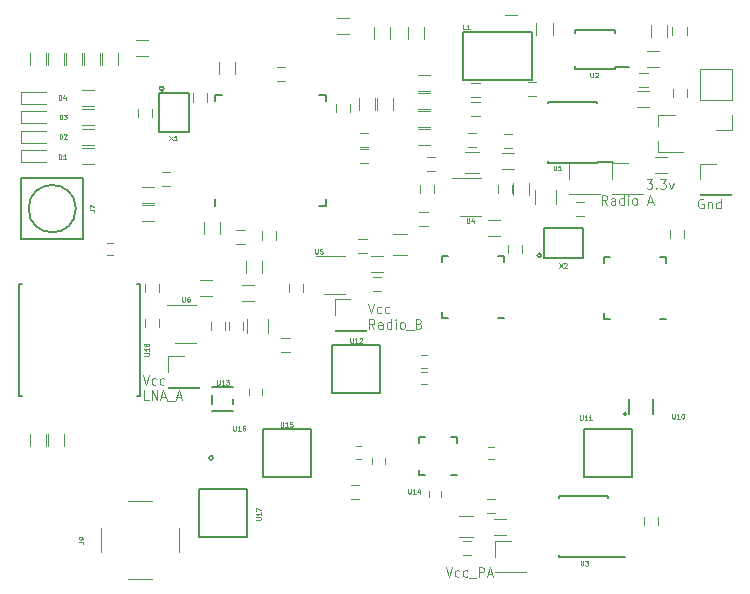
<source format=gbr>
%TF.GenerationSoftware,KiCad,Pcbnew,5.0.2-bee76a0~70~ubuntu18.04.1*%
%TF.CreationDate,2019-08-07T21:41:43+02:00*%
%TF.ProjectId,lohpi,6c6f6870-692e-46b6-9963-61645f706362,rev?*%
%TF.SameCoordinates,Original*%
%TF.FileFunction,Legend,Top*%
%TF.FilePolarity,Positive*%
%FSLAX46Y46*%
G04 Gerber Fmt 4.6, Leading zero omitted, Abs format (unit mm)*
G04 Created by KiCad (PCBNEW 5.0.2-bee76a0~70~ubuntu18.04.1) date Wed 07 Aug 2019 21:41:43 SAST*
%MOMM*%
%LPD*%
G01*
G04 APERTURE LIST*
%ADD10C,0.100000*%
%ADD11C,0.150000*%
%ADD12C,0.120000*%
%ADD13C,0.090000*%
G04 APERTURE END LIST*
D10*
X148647214Y-134347000D02*
X148571023Y-134308904D01*
X148456738Y-134308904D01*
X148342452Y-134347000D01*
X148266261Y-134423190D01*
X148228166Y-134499380D01*
X148190071Y-134651761D01*
X148190071Y-134766047D01*
X148228166Y-134918428D01*
X148266261Y-134994619D01*
X148342452Y-135070809D01*
X148456738Y-135108904D01*
X148532928Y-135108904D01*
X148647214Y-135070809D01*
X148685309Y-135032714D01*
X148685309Y-134766047D01*
X148532928Y-134766047D01*
X149028166Y-134575571D02*
X149028166Y-135108904D01*
X149028166Y-134651761D02*
X149066261Y-134613666D01*
X149142452Y-134575571D01*
X149256738Y-134575571D01*
X149332928Y-134613666D01*
X149371023Y-134689857D01*
X149371023Y-135108904D01*
X150094833Y-135108904D02*
X150094833Y-134308904D01*
X150094833Y-135070809D02*
X150018642Y-135108904D01*
X149866261Y-135108904D01*
X149790071Y-135070809D01*
X149751976Y-135032714D01*
X149713880Y-134956523D01*
X149713880Y-134727952D01*
X149751976Y-134651761D01*
X149790071Y-134613666D01*
X149866261Y-134575571D01*
X150018642Y-134575571D01*
X150094833Y-134613666D01*
X143827642Y-132657904D02*
X144322880Y-132657904D01*
X144056214Y-132962666D01*
X144170500Y-132962666D01*
X144246690Y-133000761D01*
X144284785Y-133038857D01*
X144322880Y-133115047D01*
X144322880Y-133305523D01*
X144284785Y-133381714D01*
X144246690Y-133419809D01*
X144170500Y-133457904D01*
X143941928Y-133457904D01*
X143865738Y-133419809D01*
X143827642Y-133381714D01*
X144665738Y-133381714D02*
X144703833Y-133419809D01*
X144665738Y-133457904D01*
X144627642Y-133419809D01*
X144665738Y-133381714D01*
X144665738Y-133457904D01*
X144970500Y-132657904D02*
X145465738Y-132657904D01*
X145199071Y-132962666D01*
X145313357Y-132962666D01*
X145389547Y-133000761D01*
X145427642Y-133038857D01*
X145465738Y-133115047D01*
X145465738Y-133305523D01*
X145427642Y-133381714D01*
X145389547Y-133419809D01*
X145313357Y-133457904D01*
X145084785Y-133457904D01*
X145008595Y-133419809D01*
X144970500Y-133381714D01*
X145732404Y-132924571D02*
X145922880Y-133457904D01*
X146113357Y-132924571D01*
X140500309Y-134791404D02*
X140233642Y-134410452D01*
X140043166Y-134791404D02*
X140043166Y-133991404D01*
X140347928Y-133991404D01*
X140424119Y-134029500D01*
X140462214Y-134067595D01*
X140500309Y-134143785D01*
X140500309Y-134258071D01*
X140462214Y-134334261D01*
X140424119Y-134372357D01*
X140347928Y-134410452D01*
X140043166Y-134410452D01*
X141186023Y-134791404D02*
X141186023Y-134372357D01*
X141147928Y-134296166D01*
X141071738Y-134258071D01*
X140919357Y-134258071D01*
X140843166Y-134296166D01*
X141186023Y-134753309D02*
X141109833Y-134791404D01*
X140919357Y-134791404D01*
X140843166Y-134753309D01*
X140805071Y-134677119D01*
X140805071Y-134600928D01*
X140843166Y-134524738D01*
X140919357Y-134486642D01*
X141109833Y-134486642D01*
X141186023Y-134448547D01*
X141909833Y-134791404D02*
X141909833Y-133991404D01*
X141909833Y-134753309D02*
X141833642Y-134791404D01*
X141681261Y-134791404D01*
X141605071Y-134753309D01*
X141566976Y-134715214D01*
X141528880Y-134639023D01*
X141528880Y-134410452D01*
X141566976Y-134334261D01*
X141605071Y-134296166D01*
X141681261Y-134258071D01*
X141833642Y-134258071D01*
X141909833Y-134296166D01*
X142290785Y-134791404D02*
X142290785Y-134258071D01*
X142290785Y-133991404D02*
X142252690Y-134029500D01*
X142290785Y-134067595D01*
X142328880Y-134029500D01*
X142290785Y-133991404D01*
X142290785Y-134067595D01*
X142786023Y-134791404D02*
X142709833Y-134753309D01*
X142671738Y-134715214D01*
X142633642Y-134639023D01*
X142633642Y-134410452D01*
X142671738Y-134334261D01*
X142709833Y-134296166D01*
X142786023Y-134258071D01*
X142900309Y-134258071D01*
X142976500Y-134296166D01*
X143014595Y-134334261D01*
X143052690Y-134410452D01*
X143052690Y-134639023D01*
X143014595Y-134715214D01*
X142976500Y-134753309D01*
X142900309Y-134791404D01*
X142786023Y-134791404D01*
X143966976Y-134562833D02*
X144347928Y-134562833D01*
X143890785Y-134791404D02*
X144157452Y-133991404D01*
X144424119Y-134791404D01*
X126841500Y-165487404D02*
X127108166Y-166287404D01*
X127374833Y-165487404D01*
X127984357Y-166249309D02*
X127908166Y-166287404D01*
X127755785Y-166287404D01*
X127679595Y-166249309D01*
X127641500Y-166211214D01*
X127603404Y-166135023D01*
X127603404Y-165906452D01*
X127641500Y-165830261D01*
X127679595Y-165792166D01*
X127755785Y-165754071D01*
X127908166Y-165754071D01*
X127984357Y-165792166D01*
X128670071Y-166249309D02*
X128593880Y-166287404D01*
X128441500Y-166287404D01*
X128365309Y-166249309D01*
X128327214Y-166211214D01*
X128289119Y-166135023D01*
X128289119Y-165906452D01*
X128327214Y-165830261D01*
X128365309Y-165792166D01*
X128441500Y-165754071D01*
X128593880Y-165754071D01*
X128670071Y-165792166D01*
X128822452Y-166363595D02*
X129431976Y-166363595D01*
X129622452Y-166287404D02*
X129622452Y-165487404D01*
X129927214Y-165487404D01*
X130003404Y-165525500D01*
X130041500Y-165563595D01*
X130079595Y-165639785D01*
X130079595Y-165754071D01*
X130041500Y-165830261D01*
X130003404Y-165868357D01*
X129927214Y-165906452D01*
X129622452Y-165906452D01*
X130384357Y-166058833D02*
X130765309Y-166058833D01*
X130308166Y-166287404D02*
X130574833Y-165487404D01*
X130841500Y-166287404D01*
X120219690Y-143183904D02*
X120486357Y-143983904D01*
X120753023Y-143183904D01*
X121362547Y-143945809D02*
X121286357Y-143983904D01*
X121133976Y-143983904D01*
X121057785Y-143945809D01*
X121019690Y-143907714D01*
X120981595Y-143831523D01*
X120981595Y-143602952D01*
X121019690Y-143526761D01*
X121057785Y-143488666D01*
X121133976Y-143450571D01*
X121286357Y-143450571D01*
X121362547Y-143488666D01*
X122048261Y-143945809D02*
X121972071Y-143983904D01*
X121819690Y-143983904D01*
X121743500Y-143945809D01*
X121705404Y-143907714D01*
X121667309Y-143831523D01*
X121667309Y-143602952D01*
X121705404Y-143526761D01*
X121743500Y-143488666D01*
X121819690Y-143450571D01*
X121972071Y-143450571D01*
X122048261Y-143488666D01*
X120791119Y-145283904D02*
X120524452Y-144902952D01*
X120333976Y-145283904D02*
X120333976Y-144483904D01*
X120638738Y-144483904D01*
X120714928Y-144522000D01*
X120753023Y-144560095D01*
X120791119Y-144636285D01*
X120791119Y-144750571D01*
X120753023Y-144826761D01*
X120714928Y-144864857D01*
X120638738Y-144902952D01*
X120333976Y-144902952D01*
X121476833Y-145283904D02*
X121476833Y-144864857D01*
X121438738Y-144788666D01*
X121362547Y-144750571D01*
X121210166Y-144750571D01*
X121133976Y-144788666D01*
X121476833Y-145245809D02*
X121400642Y-145283904D01*
X121210166Y-145283904D01*
X121133976Y-145245809D01*
X121095880Y-145169619D01*
X121095880Y-145093428D01*
X121133976Y-145017238D01*
X121210166Y-144979142D01*
X121400642Y-144979142D01*
X121476833Y-144941047D01*
X122200642Y-145283904D02*
X122200642Y-144483904D01*
X122200642Y-145245809D02*
X122124452Y-145283904D01*
X121972071Y-145283904D01*
X121895880Y-145245809D01*
X121857785Y-145207714D01*
X121819690Y-145131523D01*
X121819690Y-144902952D01*
X121857785Y-144826761D01*
X121895880Y-144788666D01*
X121972071Y-144750571D01*
X122124452Y-144750571D01*
X122200642Y-144788666D01*
X122581595Y-145283904D02*
X122581595Y-144750571D01*
X122581595Y-144483904D02*
X122543500Y-144522000D01*
X122581595Y-144560095D01*
X122619690Y-144522000D01*
X122581595Y-144483904D01*
X122581595Y-144560095D01*
X123076833Y-145283904D02*
X123000642Y-145245809D01*
X122962547Y-145207714D01*
X122924452Y-145131523D01*
X122924452Y-144902952D01*
X122962547Y-144826761D01*
X123000642Y-144788666D01*
X123076833Y-144750571D01*
X123191119Y-144750571D01*
X123267309Y-144788666D01*
X123305404Y-144826761D01*
X123343500Y-144902952D01*
X123343500Y-145131523D01*
X123305404Y-145207714D01*
X123267309Y-145245809D01*
X123191119Y-145283904D01*
X123076833Y-145283904D01*
X123495880Y-145360095D02*
X124105404Y-145360095D01*
X124562547Y-144864857D02*
X124676833Y-144902952D01*
X124714928Y-144941047D01*
X124753023Y-145017238D01*
X124753023Y-145131523D01*
X124714928Y-145207714D01*
X124676833Y-145245809D01*
X124600642Y-145283904D01*
X124295880Y-145283904D01*
X124295880Y-144483904D01*
X124562547Y-144483904D01*
X124638738Y-144522000D01*
X124676833Y-144560095D01*
X124714928Y-144636285D01*
X124714928Y-144712476D01*
X124676833Y-144788666D01*
X124638738Y-144826761D01*
X124562547Y-144864857D01*
X124295880Y-144864857D01*
X101169690Y-149216404D02*
X101436357Y-150016404D01*
X101703023Y-149216404D01*
X102312547Y-149978309D02*
X102236357Y-150016404D01*
X102083976Y-150016404D01*
X102007785Y-149978309D01*
X101969690Y-149940214D01*
X101931595Y-149864023D01*
X101931595Y-149635452D01*
X101969690Y-149559261D01*
X102007785Y-149521166D01*
X102083976Y-149483071D01*
X102236357Y-149483071D01*
X102312547Y-149521166D01*
X102998261Y-149978309D02*
X102922071Y-150016404D01*
X102769690Y-150016404D01*
X102693500Y-149978309D01*
X102655404Y-149940214D01*
X102617309Y-149864023D01*
X102617309Y-149635452D01*
X102655404Y-149559261D01*
X102693500Y-149521166D01*
X102769690Y-149483071D01*
X102922071Y-149483071D01*
X102998261Y-149521166D01*
X101664928Y-151316404D02*
X101283976Y-151316404D01*
X101283976Y-150516404D01*
X101931595Y-151316404D02*
X101931595Y-150516404D01*
X102388738Y-151316404D01*
X102388738Y-150516404D01*
X102731595Y-151087833D02*
X103112547Y-151087833D01*
X102655404Y-151316404D02*
X102922071Y-150516404D01*
X103188738Y-151316404D01*
X103264928Y-151392595D02*
X103874452Y-151392595D01*
X104026833Y-151087833D02*
X104407785Y-151087833D01*
X103950642Y-151316404D02*
X104217309Y-150516404D01*
X104483976Y-151316404D01*
D11*
%TO.C,L1*%
X128270000Y-124206000D02*
X134112000Y-124206000D01*
X134112000Y-124206000D02*
X134112000Y-120142000D01*
X134112000Y-120142000D02*
X128270000Y-120142000D01*
X128270000Y-120142000D02*
X128270000Y-124206000D01*
%TO.C,U10*%
X144399000Y-151244000D02*
X144399000Y-152514000D01*
X142367000Y-152514000D02*
X142367000Y-151244000D01*
X142113000Y-152514000D02*
G75*
G03X142113000Y-152514000I-127000J0D01*
G01*
%TO.C,X1*%
X102946594Y-124976195D02*
G75*
G03X102946594Y-124976195I-179605J0D01*
G01*
X102512989Y-125357195D02*
X105052989Y-125357195D01*
X105052989Y-128659195D02*
X105052989Y-125357195D01*
X102512989Y-128659195D02*
X105052989Y-128659195D01*
X102512989Y-125357195D02*
X102512989Y-128659195D01*
%TO.C,X2*%
X134926605Y-139065000D02*
G75*
G03X134926605Y-139065000I-179605J0D01*
G01*
X135128000Y-139319000D02*
X135128000Y-136779000D01*
X138430000Y-136779000D02*
X135128000Y-136779000D01*
X138430000Y-139319000D02*
X138430000Y-136779000D01*
X135128000Y-139319000D02*
X138430000Y-139319000D01*
%TO.C,J7*%
X95508000Y-135128000D02*
G75*
G03X95508000Y-135128000I-2000000J0D01*
G01*
X90908000Y-132528000D02*
X96108000Y-132528000D01*
X90908000Y-137728000D02*
X90908000Y-132528000D01*
X96108000Y-137728000D02*
X90908000Y-137728000D01*
X96108000Y-137728000D02*
X96108000Y-132528000D01*
%TO.C,U15*%
X113347500Y-157861000D02*
X115379500Y-157861000D01*
X115379500Y-157861000D02*
X115379500Y-153797000D01*
X115379500Y-153797000D02*
X111315500Y-153797000D01*
X111315500Y-153797000D02*
X111315500Y-157861000D01*
X111315500Y-157861000D02*
X113347500Y-157861000D01*
%TO.C,U11*%
X140589000Y-157861000D02*
X142621000Y-157861000D01*
X142621000Y-157861000D02*
X142621000Y-153797000D01*
X142621000Y-153797000D02*
X138557000Y-153797000D01*
X138557000Y-153797000D02*
X138557000Y-157861000D01*
X138557000Y-157861000D02*
X140589000Y-157861000D01*
%TO.C,U17*%
X109982000Y-160909000D02*
X109982000Y-158877000D01*
X109982000Y-158877000D02*
X105918000Y-158877000D01*
X105918000Y-158877000D02*
X105918000Y-162941000D01*
X105918000Y-162941000D02*
X109982000Y-162941000D01*
X109982000Y-162941000D02*
X109982000Y-160909000D01*
%TO.C,U12*%
X119253000Y-146685000D02*
X117221000Y-146685000D01*
X117221000Y-146685000D02*
X117221000Y-150749000D01*
X117221000Y-150749000D02*
X121285000Y-150749000D01*
X121285000Y-150749000D02*
X121285000Y-146685000D01*
X121285000Y-146685000D02*
X119253000Y-146685000D01*
%TO.C,U16*%
X107113605Y-156210000D02*
G75*
G03X107113605Y-156210000I-179605J0D01*
G01*
%TO.C,U13*%
X108839000Y-152273000D02*
X107061000Y-152273000D01*
X108839000Y-151257000D02*
X108839000Y-151384000D01*
X108839000Y-151638000D02*
X108839000Y-151257000D01*
X107061000Y-151638000D02*
X107061000Y-150876000D01*
X107061000Y-150241000D02*
X108839000Y-150241000D01*
%TO.C,U18*%
X100965000Y-141478000D02*
X100711000Y-141478000D01*
X100965000Y-151003000D02*
X100965000Y-141478000D01*
X100711000Y-151003000D02*
X100965000Y-151003000D01*
X90678000Y-141478000D02*
X90932000Y-141478000D01*
X90678000Y-151003000D02*
X90678000Y-141478000D01*
X90932000Y-151003000D02*
X90678000Y-151003000D01*
D12*
%TO.C,R13*%
X117610000Y-118954000D02*
X118610000Y-118954000D01*
X118610000Y-120314000D02*
X117610000Y-120314000D01*
%TO.C,R14*%
X120732000Y-120769000D02*
X120732000Y-119769000D01*
X122092000Y-119769000D02*
X122092000Y-120769000D01*
%TO.C,D4*%
X90902000Y-125230000D02*
X90902000Y-126230000D01*
X90902000Y-126230000D02*
X93002000Y-126230000D01*
X90902000Y-125230000D02*
X93002000Y-125230000D01*
%TO.C,C28*%
X109112000Y-136941000D02*
X109812000Y-136941000D01*
X109812000Y-138141000D02*
X109112000Y-138141000D01*
%TO.C,L5*%
X110214000Y-150372000D02*
X110214000Y-150872000D01*
X111274000Y-150872000D02*
X111274000Y-150372000D01*
%TO.C,L13*%
X109991000Y-145634000D02*
X109991000Y-144434000D01*
X111751000Y-144434000D02*
X111751000Y-145634000D01*
%TO.C,J5*%
X117415000Y-142815000D02*
X118745000Y-142815000D01*
X117415000Y-144145000D02*
X117415000Y-142815000D01*
X117415000Y-145415000D02*
X120075000Y-145415000D01*
X120075000Y-145415000D02*
X120075000Y-145475000D01*
X117415000Y-145415000D02*
X117415000Y-145475000D01*
X117415000Y-145475000D02*
X120075000Y-145475000D01*
%TO.C,J6*%
X103318000Y-150301000D02*
X105978000Y-150301000D01*
X103318000Y-150241000D02*
X103318000Y-150301000D01*
X105978000Y-150241000D02*
X105978000Y-150301000D01*
X103318000Y-150241000D02*
X105978000Y-150241000D01*
X103318000Y-148971000D02*
X103318000Y-147641000D01*
X103318000Y-147641000D02*
X104648000Y-147641000D01*
%TO.C,U6*%
X105675000Y-143297000D02*
X103225000Y-143297000D01*
X103875000Y-146517000D02*
X105675000Y-146517000D01*
%TO.C,L10*%
X127924000Y-161172000D02*
X129124000Y-161172000D01*
X129124000Y-162932000D02*
X127924000Y-162932000D01*
%TO.C,C14*%
X128301000Y-163230000D02*
X129001000Y-163230000D01*
X129001000Y-164430000D02*
X128301000Y-164430000D01*
%TO.C,R12*%
X110609000Y-142920000D02*
X109609000Y-142920000D01*
X109609000Y-141560000D02*
X110609000Y-141560000D01*
%TO.C,R33*%
X120986000Y-126738000D02*
X120986000Y-125738000D01*
X122346000Y-125738000D02*
X122346000Y-126738000D01*
%TO.C,R35*%
X131437000Y-137459000D02*
X130437000Y-137459000D01*
X130437000Y-136099000D02*
X131437000Y-136099000D01*
D11*
%TO.C,U7*%
X107314000Y-125475000D02*
X107314000Y-126050000D01*
X116714000Y-125475000D02*
X116714000Y-126050000D01*
X116714000Y-134875000D02*
X116714000Y-134300000D01*
X107314000Y-134875000D02*
X107314000Y-134300000D01*
X116714000Y-125475000D02*
X116139000Y-125475000D01*
X116714000Y-134875000D02*
X116139000Y-134875000D01*
X107314000Y-125475000D02*
X107889000Y-125475000D01*
D12*
%TO.C,C79*%
X112487000Y-137052000D02*
X112487000Y-137752000D01*
X111287000Y-137752000D02*
X111287000Y-137052000D01*
%TO.C,C24*%
X120238000Y-131283000D02*
X119538000Y-131283000D01*
X119538000Y-130083000D02*
X120238000Y-130083000D01*
%TO.C,U5*%
X118291000Y-139167000D02*
X115841000Y-139167000D01*
X116491000Y-142387000D02*
X118291000Y-142387000D01*
%TO.C,R25*%
X111297000Y-139581000D02*
X111297000Y-140581000D01*
X109937000Y-140581000D02*
X109937000Y-139581000D01*
%TO.C,C37*%
X120238000Y-129886000D02*
X119538000Y-129886000D01*
X119538000Y-128686000D02*
X120238000Y-128686000D01*
%TO.C,U4*%
X128005000Y-135722000D02*
X129805000Y-135722000D01*
X129805000Y-132502000D02*
X127355000Y-132502000D01*
%TO.C,L7*%
X120628000Y-156277500D02*
X120628000Y-156777500D01*
X121688000Y-156777500D02*
X121688000Y-156277500D01*
%TO.C,R32*%
X124468000Y-126828000D02*
X125468000Y-126828000D01*
X125468000Y-128188000D02*
X124468000Y-128188000D01*
%TO.C,C25*%
X113253000Y-124298000D02*
X112553000Y-124298000D01*
X112553000Y-123098000D02*
X113253000Y-123098000D01*
%TO.C,R24*%
X106381000Y-137279000D02*
X106381000Y-136279000D01*
X107741000Y-136279000D02*
X107741000Y-137279000D01*
D11*
%TO.C,U2*%
X141121000Y-123166000D02*
X142371000Y-123166000D01*
X141121000Y-119991000D02*
X137771000Y-119991000D01*
X141121000Y-123341000D02*
X137771000Y-123341000D01*
X141121000Y-119991000D02*
X141121000Y-120241000D01*
X137771000Y-119991000D02*
X137771000Y-120241000D01*
X137771000Y-123341000D02*
X137771000Y-123091000D01*
X141121000Y-123341000D02*
X141121000Y-123166000D01*
D12*
%TO.C,C7*%
X132430000Y-130013000D02*
X131730000Y-130013000D01*
X131730000Y-128813000D02*
X132430000Y-128813000D01*
%TO.C,R9*%
X131945000Y-162732000D02*
X130945000Y-162732000D01*
X130945000Y-161372000D02*
X131945000Y-161372000D01*
D11*
%TO.C,U14*%
X124555000Y-157713500D02*
X125055000Y-157713500D01*
X124555000Y-154463500D02*
X125055000Y-154463500D01*
X127805000Y-154463500D02*
X127305000Y-154463500D01*
X127805000Y-157713500D02*
X127305000Y-157713500D01*
X124555000Y-154463500D02*
X124555000Y-154963500D01*
X127805000Y-154463500D02*
X127805000Y-154963500D01*
X124555000Y-157713500D02*
X124555000Y-157213500D01*
D12*
%TO.C,C15*%
X132426000Y-133127000D02*
X132426000Y-133827000D01*
X131226000Y-133827000D02*
X131226000Y-133127000D01*
%TO.C,R10*%
X132543000Y-133977000D02*
X132543000Y-132977000D01*
X133903000Y-132977000D02*
X133903000Y-133977000D01*
%TO.C,C1*%
X102581000Y-144430000D02*
X102581000Y-145130000D01*
X101381000Y-145130000D02*
X101381000Y-144430000D01*
%TO.C,C2*%
X113573000Y-142197000D02*
X113573000Y-141497000D01*
X114773000Y-141497000D02*
X114773000Y-142197000D01*
%TO.C,C3*%
X133762000Y-124368000D02*
X134462000Y-124368000D01*
X134462000Y-125568000D02*
X133762000Y-125568000D01*
%TO.C,C4*%
X146021500Y-120428500D02*
X146021500Y-119728500D01*
X147221500Y-119728500D02*
X147221500Y-120428500D01*
%TO.C,C5*%
X147285000Y-124999000D02*
X147285000Y-125699000D01*
X146085000Y-125699000D02*
X146085000Y-124999000D01*
%TO.C,C8*%
X128999500Y-124495000D02*
X129699500Y-124495000D01*
X129699500Y-125695000D02*
X128999500Y-125695000D01*
%TO.C,C9*%
X102581000Y-141509000D02*
X102581000Y-142209000D01*
X101381000Y-142209000D02*
X101381000Y-141509000D01*
%TO.C,C10*%
X143923500Y-124869500D02*
X143223500Y-124869500D01*
X143223500Y-123669500D02*
X143923500Y-123669500D01*
%TO.C,C11*%
X143625734Y-161892130D02*
X143625734Y-161192130D01*
X144825734Y-161192130D02*
X144825734Y-161892130D01*
%TO.C,C12*%
X125822000Y-133127000D02*
X125822000Y-133827000D01*
X124622000Y-133827000D02*
X124622000Y-133127000D01*
%TO.C,C16*%
X120681000Y-140878000D02*
X121381000Y-140878000D01*
X121381000Y-142078000D02*
X120681000Y-142078000D01*
%TO.C,C17*%
X108169000Y-144684000D02*
X108169000Y-145384000D01*
X106969000Y-145384000D02*
X106969000Y-144684000D01*
%TO.C,C26*%
X103486000Y-133188000D02*
X102786000Y-133188000D01*
X102786000Y-131988000D02*
X103486000Y-131988000D01*
%TO.C,C27*%
X101969989Y-126658195D02*
X101969989Y-127358195D01*
X100769989Y-127358195D02*
X100769989Y-126658195D01*
%TO.C,C29*%
X128999500Y-126082500D02*
X129699500Y-126082500D01*
X129699500Y-127282500D02*
X128999500Y-127282500D01*
%TO.C,C30*%
X129382000Y-129886000D02*
X128682000Y-129886000D01*
X128682000Y-128686000D02*
X129382000Y-128686000D01*
%TO.C,C31*%
X117510000Y-126969000D02*
X117510000Y-126269000D01*
X118710000Y-126269000D02*
X118710000Y-126969000D01*
%TO.C,C32*%
X106645000Y-125368000D02*
X106645000Y-126068000D01*
X105445000Y-126068000D02*
X105445000Y-125368000D01*
%TO.C,C33*%
X125941000Y-131918000D02*
X125241000Y-131918000D01*
X125241000Y-130718000D02*
X125941000Y-130718000D01*
%TO.C,D1*%
X90902000Y-130183000D02*
X93002000Y-130183000D01*
X90902000Y-131183000D02*
X93002000Y-131183000D01*
X90902000Y-130183000D02*
X90902000Y-131183000D01*
%TO.C,D2*%
X90902000Y-128532000D02*
X90902000Y-129532000D01*
X90902000Y-129532000D02*
X93002000Y-129532000D01*
X90902000Y-128532000D02*
X93002000Y-128532000D01*
%TO.C,D3*%
X90902000Y-126881000D02*
X93002000Y-126881000D01*
X90902000Y-127881000D02*
X93002000Y-127881000D01*
X90902000Y-126881000D02*
X90902000Y-127881000D01*
%TO.C,J1*%
X151040000Y-128490000D02*
X149710000Y-128490000D01*
X151040000Y-127160000D02*
X151040000Y-128490000D01*
X151040000Y-125890000D02*
X148380000Y-125890000D01*
X148380000Y-125890000D02*
X148380000Y-123290000D01*
X151040000Y-125890000D02*
X151040000Y-123290000D01*
X151040000Y-123290000D02*
X148380000Y-123290000D01*
%TO.C,Q1*%
X144782000Y-127198000D02*
X146242000Y-127198000D01*
X144782000Y-130358000D02*
X146942000Y-130358000D01*
X144782000Y-130358000D02*
X144782000Y-129428000D01*
X144782000Y-127198000D02*
X144782000Y-128128000D01*
%TO.C,R2*%
X144227000Y-120578500D02*
X144227000Y-119578500D01*
X145587000Y-119578500D02*
X145587000Y-120578500D01*
%TO.C,R3*%
X144534000Y-130765000D02*
X145534000Y-130765000D01*
X145534000Y-132125000D02*
X144534000Y-132125000D01*
%TO.C,R4*%
X144010000Y-126537000D02*
X143010000Y-126537000D01*
X143010000Y-125177000D02*
X144010000Y-125177000D01*
%TO.C,R5*%
X143899000Y-121748000D02*
X144899000Y-121748000D01*
X144899000Y-123108000D02*
X143899000Y-123108000D01*
%TO.C,R6*%
X131580000Y-130384000D02*
X132580000Y-130384000D01*
X132580000Y-131744000D02*
X131580000Y-131744000D01*
%TO.C,R7*%
X131834000Y-118700000D02*
X132834000Y-118700000D01*
X132834000Y-120060000D02*
X131834000Y-120060000D01*
%TO.C,R8*%
X135871500Y-119388000D02*
X135871500Y-120388000D01*
X134511500Y-120388000D02*
X134511500Y-119388000D01*
%TO.C,R11*%
X120519000Y-139147000D02*
X121519000Y-139147000D01*
X121519000Y-140507000D02*
X120519000Y-140507000D01*
%TO.C,R15*%
X125013000Y-119769000D02*
X125013000Y-120769000D01*
X123653000Y-120769000D02*
X123653000Y-119769000D01*
%TO.C,R16*%
X91649000Y-122928000D02*
X91649000Y-121928000D01*
X93009000Y-121928000D02*
X93009000Y-122928000D01*
%TO.C,R17*%
X94533000Y-121928000D02*
X94533000Y-122928000D01*
X93173000Y-122928000D02*
X93173000Y-121928000D01*
%TO.C,R18*%
X94697000Y-122928000D02*
X94697000Y-121928000D01*
X96057000Y-121928000D02*
X96057000Y-122928000D01*
%TO.C,R19*%
X97581000Y-121928000D02*
X97581000Y-122928000D01*
X96221000Y-122928000D02*
X96221000Y-121928000D01*
%TO.C,R20*%
X97745000Y-122928000D02*
X97745000Y-121928000D01*
X99105000Y-121928000D02*
X99105000Y-122928000D01*
%TO.C,R21*%
X100592000Y-120859000D02*
X101592000Y-120859000D01*
X101592000Y-122219000D02*
X100592000Y-122219000D01*
%TO.C,R22*%
X97020000Y-131363000D02*
X96020000Y-131363000D01*
X96020000Y-130003000D02*
X97020000Y-130003000D01*
%TO.C,R23*%
X96020000Y-128352000D02*
X97020000Y-128352000D01*
X97020000Y-129712000D02*
X96020000Y-129712000D01*
%TO.C,R26*%
X97020000Y-128061000D02*
X96020000Y-128061000D01*
X96020000Y-126701000D02*
X97020000Y-126701000D01*
%TO.C,R27*%
X106053000Y-141179000D02*
X107053000Y-141179000D01*
X107053000Y-142539000D02*
X106053000Y-142539000D01*
%TO.C,R28*%
X96020000Y-125050000D02*
X97020000Y-125050000D01*
X97020000Y-126410000D02*
X96020000Y-126410000D01*
%TO.C,R29*%
X109011000Y-122690000D02*
X109011000Y-123690000D01*
X107651000Y-123690000D02*
X107651000Y-122690000D01*
%TO.C,R30*%
X124468000Y-123780000D02*
X125468000Y-123780000D01*
X125468000Y-125140000D02*
X124468000Y-125140000D01*
%TO.C,R31*%
X125456000Y-126664000D02*
X124456000Y-126664000D01*
X124456000Y-125304000D02*
X125456000Y-125304000D01*
%TO.C,R34*%
X120822000Y-125738000D02*
X120822000Y-126738000D01*
X119462000Y-126738000D02*
X119462000Y-125738000D01*
%TO.C,R36*%
X125468000Y-129712000D02*
X124468000Y-129712000D01*
X124468000Y-128352000D02*
X125468000Y-128352000D01*
D11*
%TO.C,U1*%
X139616000Y-131176000D02*
X141016000Y-131176000D01*
X139616000Y-126076000D02*
X135466000Y-126076000D01*
X139616000Y-131226000D02*
X135466000Y-131226000D01*
X139616000Y-126076000D02*
X139616000Y-126221000D01*
X135466000Y-126076000D02*
X135466000Y-126221000D01*
X135466000Y-131226000D02*
X135466000Y-131081000D01*
X139616000Y-131226000D02*
X139616000Y-131176000D01*
%TO.C,U3*%
X140585734Y-164637130D02*
X140585734Y-164587130D01*
X136435734Y-164637130D02*
X136435734Y-164492130D01*
X136435734Y-159487130D02*
X136435734Y-159632130D01*
X140585734Y-159487130D02*
X140585734Y-159632130D01*
X140585734Y-164637130D02*
X136435734Y-164637130D01*
X140585734Y-159487130D02*
X136435734Y-159487130D01*
X140585734Y-164587130D02*
X141985734Y-164587130D01*
%TO.C,U8*%
X126507500Y-144383500D02*
X127032500Y-144383500D01*
X126507500Y-139133500D02*
X127032500Y-139133500D01*
X131757500Y-139133500D02*
X131232500Y-139133500D01*
X131757500Y-144383500D02*
X131232500Y-144383500D01*
X126507500Y-139133500D02*
X126507500Y-139658500D01*
X131757500Y-139133500D02*
X131757500Y-139658500D01*
X126507500Y-144383500D02*
X126507500Y-143858500D01*
%TO.C,U9*%
X140250000Y-144484000D02*
X140250000Y-143959000D01*
X145500000Y-139234000D02*
X145500000Y-139759000D01*
X140250000Y-139234000D02*
X140250000Y-139759000D01*
X145500000Y-144484000D02*
X144975000Y-144484000D01*
X145500000Y-139234000D02*
X144975000Y-139234000D01*
X140250000Y-139234000D02*
X140775000Y-139234000D01*
X140250000Y-144484000D02*
X140775000Y-144484000D01*
D12*
%TO.C,L2*%
X125218000Y-148949000D02*
X124718000Y-148949000D01*
X124718000Y-150009000D02*
X125218000Y-150009000D01*
%TO.C,L3*%
X125218000Y-147552000D02*
X124718000Y-147552000D01*
X124718000Y-148612000D02*
X125218000Y-148612000D01*
%TO.C,L4*%
X130933000Y-155299000D02*
X130433000Y-155299000D01*
X130433000Y-156359000D02*
X130933000Y-156359000D01*
%TO.C,L8*%
X119693500Y-155235500D02*
X119193500Y-155235500D01*
X119193500Y-156295500D02*
X119693500Y-156295500D01*
%TO.C,J9*%
X99965000Y-166495000D02*
X101965000Y-166495000D01*
X99965000Y-159895000D02*
X101965000Y-159895000D01*
X104265000Y-164195000D02*
X104265000Y-162195000D01*
X97665000Y-164195000D02*
X97665000Y-162195000D01*
%TO.C,L6*%
X126463200Y-159526200D02*
X126463200Y-159026200D01*
X125403200Y-159026200D02*
X125403200Y-159526200D01*
%TO.C,C84*%
X138526000Y-135728000D02*
X137826000Y-135728000D01*
X137826000Y-134528000D02*
X138526000Y-134528000D01*
%TO.C,C85*%
X120123000Y-138903000D02*
X119423000Y-138903000D01*
X119423000Y-137703000D02*
X120123000Y-137703000D01*
%TO.C,C86*%
X109693000Y-144684000D02*
X109693000Y-145384000D01*
X108493000Y-145384000D02*
X108493000Y-144684000D01*
%TO.C,C87*%
X130333000Y-159674000D02*
X131033000Y-159674000D01*
X131033000Y-160874000D02*
X130333000Y-160874000D01*
%TO.C,C89*%
X124606000Y-135417000D02*
X125306000Y-135417000D01*
X125306000Y-136617000D02*
X124606000Y-136617000D01*
%TO.C,C90*%
X113610000Y-147285000D02*
X112910000Y-147285000D01*
X112910000Y-146085000D02*
X113610000Y-146085000D01*
%TO.C,C91*%
X118776000Y-158531000D02*
X119476000Y-158531000D01*
X119476000Y-159731000D02*
X118776000Y-159731000D01*
%TO.C,J2*%
X140910000Y-133918000D02*
X143570000Y-133918000D01*
X140910000Y-133858000D02*
X140910000Y-133918000D01*
X143570000Y-133858000D02*
X143570000Y-133918000D01*
X140910000Y-133858000D02*
X143570000Y-133858000D01*
X140910000Y-132588000D02*
X140910000Y-131258000D01*
X140910000Y-131258000D02*
X142240000Y-131258000D01*
%TO.C,J3*%
X131004000Y-163262000D02*
X132334000Y-163262000D01*
X131004000Y-164592000D02*
X131004000Y-163262000D01*
X131004000Y-165862000D02*
X133664000Y-165862000D01*
X133664000Y-165862000D02*
X133664000Y-165922000D01*
X131004000Y-165862000D02*
X131004000Y-165922000D01*
X131004000Y-165922000D02*
X133664000Y-165922000D01*
%TO.C,J4*%
X137227000Y-133918000D02*
X139887000Y-133918000D01*
X137227000Y-133858000D02*
X137227000Y-133918000D01*
X139887000Y-133858000D02*
X139887000Y-133918000D01*
X137227000Y-133858000D02*
X139887000Y-133858000D01*
X137227000Y-132588000D02*
X137227000Y-131258000D01*
X137227000Y-131258000D02*
X138557000Y-131258000D01*
%TO.C,L9*%
X129632000Y-132071000D02*
X128432000Y-132071000D01*
X128432000Y-130311000D02*
X129632000Y-130311000D01*
%TO.C,L11*%
X136135000Y-133512000D02*
X136135000Y-134712000D01*
X134375000Y-134712000D02*
X134375000Y-133512000D01*
%TO.C,L12*%
X122336000Y-137296000D02*
X123536000Y-137296000D01*
X123536000Y-139056000D02*
X122336000Y-139056000D01*
%TO.C,L14*%
X98175000Y-139087000D02*
X98675000Y-139087000D01*
X98675000Y-138027000D02*
X98175000Y-138027000D01*
%TO.C,R53*%
X94533000Y-154186000D02*
X94533000Y-155186000D01*
X93173000Y-155186000D02*
X93173000Y-154186000D01*
%TO.C,R54*%
X91649000Y-155186000D02*
X91649000Y-154186000D01*
X93009000Y-154186000D02*
X93009000Y-155186000D01*
%TO.C,C38*%
X147031000Y-136937000D02*
X147031000Y-137637000D01*
X145831000Y-137637000D02*
X145831000Y-136937000D01*
%TO.C,C80*%
X133315000Y-138207000D02*
X133315000Y-138907000D01*
X132115000Y-138907000D02*
X132115000Y-138207000D01*
%TO.C,R51*%
X102100000Y-136189000D02*
X101100000Y-136189000D01*
X101100000Y-134829000D02*
X102100000Y-134829000D01*
%TO.C,R55*%
X102100000Y-134665000D02*
X101100000Y-134665000D01*
X101100000Y-133305000D02*
X102100000Y-133305000D01*
%TO.C,J14*%
X148339500Y-131321500D02*
X149669500Y-131321500D01*
X148339500Y-132651500D02*
X148339500Y-131321500D01*
X148339500Y-133921500D02*
X150999500Y-133921500D01*
X150999500Y-133921500D02*
X150999500Y-133981500D01*
X148339500Y-133921500D02*
X148339500Y-133981500D01*
X148339500Y-133981500D02*
X150999500Y-133981500D01*
%TO.C,L1*%
D13*
X128520833Y-119941952D02*
X128330357Y-119941952D01*
X128330357Y-119541952D01*
X128863690Y-119941952D02*
X128635119Y-119941952D01*
X128749404Y-119941952D02*
X128749404Y-119541952D01*
X128711309Y-119599095D01*
X128673214Y-119637190D01*
X128635119Y-119656238D01*
%TO.C,U10*%
X145999261Y-152498452D02*
X145999261Y-152822261D01*
X146018309Y-152860357D01*
X146037357Y-152879404D01*
X146075452Y-152898452D01*
X146151642Y-152898452D01*
X146189738Y-152879404D01*
X146208785Y-152860357D01*
X146227833Y-152822261D01*
X146227833Y-152498452D01*
X146627833Y-152898452D02*
X146399261Y-152898452D01*
X146513547Y-152898452D02*
X146513547Y-152498452D01*
X146475452Y-152555595D01*
X146437357Y-152593690D01*
X146399261Y-152612738D01*
X146875452Y-152498452D02*
X146913547Y-152498452D01*
X146951642Y-152517500D01*
X146970690Y-152536547D01*
X146989738Y-152574642D01*
X147008785Y-152650833D01*
X147008785Y-152746071D01*
X146989738Y-152822261D01*
X146970690Y-152860357D01*
X146951642Y-152879404D01*
X146913547Y-152898452D01*
X146875452Y-152898452D01*
X146837357Y-152879404D01*
X146818309Y-152860357D01*
X146799261Y-152822261D01*
X146780214Y-152746071D01*
X146780214Y-152650833D01*
X146799261Y-152574642D01*
X146818309Y-152536547D01*
X146837357Y-152517500D01*
X146875452Y-152498452D01*
%TO.C,X1*%
X103435190Y-128939952D02*
X103701857Y-129339952D01*
X103701857Y-128939952D02*
X103435190Y-129339952D01*
X104063761Y-129339952D02*
X103835190Y-129339952D01*
X103949476Y-129339952D02*
X103949476Y-128939952D01*
X103911380Y-128997095D01*
X103873285Y-129035190D01*
X103835190Y-129054238D01*
%TO.C,X2*%
X136455190Y-139734952D02*
X136721857Y-140134952D01*
X136721857Y-139734952D02*
X136455190Y-140134952D01*
X136855190Y-139773047D02*
X136874238Y-139754000D01*
X136912333Y-139734952D01*
X137007571Y-139734952D01*
X137045666Y-139754000D01*
X137064714Y-139773047D01*
X137083761Y-139811142D01*
X137083761Y-139849238D01*
X137064714Y-139906380D01*
X136836142Y-140134952D01*
X137083761Y-140134952D01*
%TO.C,J7*%
X96688952Y-135261333D02*
X96974666Y-135261333D01*
X97031809Y-135280380D01*
X97069904Y-135318476D01*
X97088952Y-135375619D01*
X97088952Y-135413714D01*
X96688952Y-135108952D02*
X96688952Y-134842285D01*
X97088952Y-135013714D01*
%TO.C,U15*%
X112852261Y-153196952D02*
X112852261Y-153520761D01*
X112871309Y-153558857D01*
X112890357Y-153577904D01*
X112928452Y-153596952D01*
X113004642Y-153596952D01*
X113042738Y-153577904D01*
X113061785Y-153558857D01*
X113080833Y-153520761D01*
X113080833Y-153196952D01*
X113480833Y-153596952D02*
X113252261Y-153596952D01*
X113366547Y-153596952D02*
X113366547Y-153196952D01*
X113328452Y-153254095D01*
X113290357Y-153292190D01*
X113252261Y-153311238D01*
X113842738Y-153196952D02*
X113652261Y-153196952D01*
X113633214Y-153387428D01*
X113652261Y-153368380D01*
X113690357Y-153349333D01*
X113785595Y-153349333D01*
X113823690Y-153368380D01*
X113842738Y-153387428D01*
X113861785Y-153425523D01*
X113861785Y-153520761D01*
X113842738Y-153558857D01*
X113823690Y-153577904D01*
X113785595Y-153596952D01*
X113690357Y-153596952D01*
X113652261Y-153577904D01*
X113633214Y-153558857D01*
%TO.C,U11*%
X138188761Y-152625452D02*
X138188761Y-152949261D01*
X138207809Y-152987357D01*
X138226857Y-153006404D01*
X138264952Y-153025452D01*
X138341142Y-153025452D01*
X138379238Y-153006404D01*
X138398285Y-152987357D01*
X138417333Y-152949261D01*
X138417333Y-152625452D01*
X138817333Y-153025452D02*
X138588761Y-153025452D01*
X138703047Y-153025452D02*
X138703047Y-152625452D01*
X138664952Y-152682595D01*
X138626857Y-152720690D01*
X138588761Y-152739738D01*
X139198285Y-153025452D02*
X138969714Y-153025452D01*
X139084000Y-153025452D02*
X139084000Y-152625452D01*
X139045904Y-152682595D01*
X139007809Y-152720690D01*
X138969714Y-152739738D01*
%TO.C,U17*%
X110778952Y-161467738D02*
X111102761Y-161467738D01*
X111140857Y-161448690D01*
X111159904Y-161429642D01*
X111178952Y-161391547D01*
X111178952Y-161315357D01*
X111159904Y-161277261D01*
X111140857Y-161258214D01*
X111102761Y-161239166D01*
X110778952Y-161239166D01*
X111178952Y-160839166D02*
X111178952Y-161067738D01*
X111178952Y-160953452D02*
X110778952Y-160953452D01*
X110836095Y-160991547D01*
X110874190Y-161029642D01*
X110893238Y-161067738D01*
X110778952Y-160705833D02*
X110778952Y-160439166D01*
X111178952Y-160610595D01*
%TO.C,U12*%
X118757761Y-146084952D02*
X118757761Y-146408761D01*
X118776809Y-146446857D01*
X118795857Y-146465904D01*
X118833952Y-146484952D01*
X118910142Y-146484952D01*
X118948238Y-146465904D01*
X118967285Y-146446857D01*
X118986333Y-146408761D01*
X118986333Y-146084952D01*
X119386333Y-146484952D02*
X119157761Y-146484952D01*
X119272047Y-146484952D02*
X119272047Y-146084952D01*
X119233952Y-146142095D01*
X119195857Y-146180190D01*
X119157761Y-146199238D01*
X119538714Y-146123047D02*
X119557761Y-146104000D01*
X119595857Y-146084952D01*
X119691095Y-146084952D01*
X119729190Y-146104000D01*
X119748238Y-146123047D01*
X119767285Y-146161142D01*
X119767285Y-146199238D01*
X119748238Y-146256380D01*
X119519666Y-146484952D01*
X119767285Y-146484952D01*
%TO.C,U16*%
X108851761Y-153514452D02*
X108851761Y-153838261D01*
X108870809Y-153876357D01*
X108889857Y-153895404D01*
X108927952Y-153914452D01*
X109004142Y-153914452D01*
X109042238Y-153895404D01*
X109061285Y-153876357D01*
X109080333Y-153838261D01*
X109080333Y-153514452D01*
X109480333Y-153914452D02*
X109251761Y-153914452D01*
X109366047Y-153914452D02*
X109366047Y-153514452D01*
X109327952Y-153571595D01*
X109289857Y-153609690D01*
X109251761Y-153628738D01*
X109823190Y-153514452D02*
X109747000Y-153514452D01*
X109708904Y-153533500D01*
X109689857Y-153552547D01*
X109651761Y-153609690D01*
X109632714Y-153685880D01*
X109632714Y-153838261D01*
X109651761Y-153876357D01*
X109670809Y-153895404D01*
X109708904Y-153914452D01*
X109785095Y-153914452D01*
X109823190Y-153895404D01*
X109842238Y-153876357D01*
X109861285Y-153838261D01*
X109861285Y-153743023D01*
X109842238Y-153704928D01*
X109823190Y-153685880D01*
X109785095Y-153666833D01*
X109708904Y-153666833D01*
X109670809Y-153685880D01*
X109651761Y-153704928D01*
X109632714Y-153743023D01*
%TO.C,U13*%
X107454761Y-149640952D02*
X107454761Y-149964761D01*
X107473809Y-150002857D01*
X107492857Y-150021904D01*
X107530952Y-150040952D01*
X107607142Y-150040952D01*
X107645238Y-150021904D01*
X107664285Y-150002857D01*
X107683333Y-149964761D01*
X107683333Y-149640952D01*
X108083333Y-150040952D02*
X107854761Y-150040952D01*
X107969047Y-150040952D02*
X107969047Y-149640952D01*
X107930952Y-149698095D01*
X107892857Y-149736190D01*
X107854761Y-149755238D01*
X108216666Y-149640952D02*
X108464285Y-149640952D01*
X108330952Y-149793333D01*
X108388095Y-149793333D01*
X108426190Y-149812380D01*
X108445238Y-149831428D01*
X108464285Y-149869523D01*
X108464285Y-149964761D01*
X108445238Y-150002857D01*
X108426190Y-150021904D01*
X108388095Y-150040952D01*
X108273809Y-150040952D01*
X108235714Y-150021904D01*
X108216666Y-150002857D01*
%TO.C,U18*%
X101317452Y-147561238D02*
X101641261Y-147561238D01*
X101679357Y-147542190D01*
X101698404Y-147523142D01*
X101717452Y-147485047D01*
X101717452Y-147408857D01*
X101698404Y-147370761D01*
X101679357Y-147351714D01*
X101641261Y-147332666D01*
X101317452Y-147332666D01*
X101717452Y-146932666D02*
X101717452Y-147161238D01*
X101717452Y-147046952D02*
X101317452Y-147046952D01*
X101374595Y-147085047D01*
X101412690Y-147123142D01*
X101431738Y-147161238D01*
X101488880Y-146704095D02*
X101469833Y-146742190D01*
X101450785Y-146761238D01*
X101412690Y-146780285D01*
X101393642Y-146780285D01*
X101355547Y-146761238D01*
X101336500Y-146742190D01*
X101317452Y-146704095D01*
X101317452Y-146627904D01*
X101336500Y-146589809D01*
X101355547Y-146570761D01*
X101393642Y-146551714D01*
X101412690Y-146551714D01*
X101450785Y-146570761D01*
X101469833Y-146589809D01*
X101488880Y-146627904D01*
X101488880Y-146704095D01*
X101507928Y-146742190D01*
X101526976Y-146761238D01*
X101565071Y-146780285D01*
X101641261Y-146780285D01*
X101679357Y-146761238D01*
X101698404Y-146742190D01*
X101717452Y-146704095D01*
X101717452Y-146627904D01*
X101698404Y-146589809D01*
X101679357Y-146570761D01*
X101641261Y-146551714D01*
X101565071Y-146551714D01*
X101526976Y-146570761D01*
X101507928Y-146589809D01*
X101488880Y-146627904D01*
%TO.C,D4*%
X94065761Y-125910952D02*
X94065761Y-125510952D01*
X94161000Y-125510952D01*
X94218142Y-125530000D01*
X94256238Y-125568095D01*
X94275285Y-125606190D01*
X94294333Y-125682380D01*
X94294333Y-125739523D01*
X94275285Y-125815714D01*
X94256238Y-125853809D01*
X94218142Y-125891904D01*
X94161000Y-125910952D01*
X94065761Y-125910952D01*
X94637190Y-125644285D02*
X94637190Y-125910952D01*
X94541952Y-125491904D02*
X94446714Y-125777619D01*
X94694333Y-125777619D01*
%TO.C,U6*%
X104533738Y-142592452D02*
X104533738Y-142916261D01*
X104552785Y-142954357D01*
X104571833Y-142973404D01*
X104609928Y-142992452D01*
X104686119Y-142992452D01*
X104724214Y-142973404D01*
X104743261Y-142954357D01*
X104762309Y-142916261D01*
X104762309Y-142592452D01*
X105124214Y-142592452D02*
X105048023Y-142592452D01*
X105009928Y-142611500D01*
X104990880Y-142630547D01*
X104952785Y-142687690D01*
X104933738Y-142763880D01*
X104933738Y-142916261D01*
X104952785Y-142954357D01*
X104971833Y-142973404D01*
X105009928Y-142992452D01*
X105086119Y-142992452D01*
X105124214Y-142973404D01*
X105143261Y-142954357D01*
X105162309Y-142916261D01*
X105162309Y-142821023D01*
X105143261Y-142782928D01*
X105124214Y-142763880D01*
X105086119Y-142744833D01*
X105009928Y-142744833D01*
X104971833Y-142763880D01*
X104952785Y-142782928D01*
X104933738Y-142821023D01*
%TO.C,U5*%
X115773238Y-138528452D02*
X115773238Y-138852261D01*
X115792285Y-138890357D01*
X115811333Y-138909404D01*
X115849428Y-138928452D01*
X115925619Y-138928452D01*
X115963714Y-138909404D01*
X115982761Y-138890357D01*
X116001809Y-138852261D01*
X116001809Y-138528452D01*
X116382761Y-138528452D02*
X116192285Y-138528452D01*
X116173238Y-138718928D01*
X116192285Y-138699880D01*
X116230380Y-138680833D01*
X116325619Y-138680833D01*
X116363714Y-138699880D01*
X116382761Y-138718928D01*
X116401809Y-138757023D01*
X116401809Y-138852261D01*
X116382761Y-138890357D01*
X116363714Y-138909404D01*
X116325619Y-138928452D01*
X116230380Y-138928452D01*
X116192285Y-138909404D01*
X116173238Y-138890357D01*
%TO.C,U4*%
X128600238Y-135924952D02*
X128600238Y-136248761D01*
X128619285Y-136286857D01*
X128638333Y-136305904D01*
X128676428Y-136324952D01*
X128752619Y-136324952D01*
X128790714Y-136305904D01*
X128809761Y-136286857D01*
X128828809Y-136248761D01*
X128828809Y-135924952D01*
X129190714Y-136058285D02*
X129190714Y-136324952D01*
X129095476Y-135905904D02*
X129000238Y-136191619D01*
X129247857Y-136191619D01*
%TO.C,U2*%
X139077738Y-123605952D02*
X139077738Y-123929761D01*
X139096785Y-123967857D01*
X139115833Y-123986904D01*
X139153928Y-124005952D01*
X139230119Y-124005952D01*
X139268214Y-123986904D01*
X139287261Y-123967857D01*
X139306309Y-123929761D01*
X139306309Y-123605952D01*
X139477738Y-123644047D02*
X139496785Y-123625000D01*
X139534880Y-123605952D01*
X139630119Y-123605952D01*
X139668214Y-123625000D01*
X139687261Y-123644047D01*
X139706309Y-123682142D01*
X139706309Y-123720238D01*
X139687261Y-123777380D01*
X139458690Y-124005952D01*
X139706309Y-124005952D01*
%TO.C,U14*%
X123647261Y-158848452D02*
X123647261Y-159172261D01*
X123666309Y-159210357D01*
X123685357Y-159229404D01*
X123723452Y-159248452D01*
X123799642Y-159248452D01*
X123837738Y-159229404D01*
X123856785Y-159210357D01*
X123875833Y-159172261D01*
X123875833Y-158848452D01*
X124275833Y-159248452D02*
X124047261Y-159248452D01*
X124161547Y-159248452D02*
X124161547Y-158848452D01*
X124123452Y-158905595D01*
X124085357Y-158943690D01*
X124047261Y-158962738D01*
X124618690Y-158981785D02*
X124618690Y-159248452D01*
X124523452Y-158829404D02*
X124428214Y-159115119D01*
X124675833Y-159115119D01*
%TO.C,D1*%
X94065761Y-130927452D02*
X94065761Y-130527452D01*
X94161000Y-130527452D01*
X94218142Y-130546500D01*
X94256238Y-130584595D01*
X94275285Y-130622690D01*
X94294333Y-130698880D01*
X94294333Y-130756023D01*
X94275285Y-130832214D01*
X94256238Y-130870309D01*
X94218142Y-130908404D01*
X94161000Y-130927452D01*
X94065761Y-130927452D01*
X94675285Y-130927452D02*
X94446714Y-130927452D01*
X94561000Y-130927452D02*
X94561000Y-130527452D01*
X94522904Y-130584595D01*
X94484809Y-130622690D01*
X94446714Y-130641738D01*
%TO.C,D2*%
X94129261Y-129212952D02*
X94129261Y-128812952D01*
X94224500Y-128812952D01*
X94281642Y-128832000D01*
X94319738Y-128870095D01*
X94338785Y-128908190D01*
X94357833Y-128984380D01*
X94357833Y-129041523D01*
X94338785Y-129117714D01*
X94319738Y-129155809D01*
X94281642Y-129193904D01*
X94224500Y-129212952D01*
X94129261Y-129212952D01*
X94510214Y-128851047D02*
X94529261Y-128832000D01*
X94567357Y-128812952D01*
X94662595Y-128812952D01*
X94700690Y-128832000D01*
X94719738Y-128851047D01*
X94738785Y-128889142D01*
X94738785Y-128927238D01*
X94719738Y-128984380D01*
X94491166Y-129212952D01*
X94738785Y-129212952D01*
%TO.C,D3*%
X94129261Y-127561952D02*
X94129261Y-127161952D01*
X94224500Y-127161952D01*
X94281642Y-127181000D01*
X94319738Y-127219095D01*
X94338785Y-127257190D01*
X94357833Y-127333380D01*
X94357833Y-127390523D01*
X94338785Y-127466714D01*
X94319738Y-127504809D01*
X94281642Y-127542904D01*
X94224500Y-127561952D01*
X94129261Y-127561952D01*
X94491166Y-127161952D02*
X94738785Y-127161952D01*
X94605452Y-127314333D01*
X94662595Y-127314333D01*
X94700690Y-127333380D01*
X94719738Y-127352428D01*
X94738785Y-127390523D01*
X94738785Y-127485761D01*
X94719738Y-127523857D01*
X94700690Y-127542904D01*
X94662595Y-127561952D01*
X94548309Y-127561952D01*
X94510214Y-127542904D01*
X94491166Y-127523857D01*
%TO.C,U1*%
X135966238Y-131479952D02*
X135966238Y-131803761D01*
X135985285Y-131841857D01*
X136004333Y-131860904D01*
X136042428Y-131879952D01*
X136118619Y-131879952D01*
X136156714Y-131860904D01*
X136175761Y-131841857D01*
X136194809Y-131803761D01*
X136194809Y-131479952D01*
X136594809Y-131879952D02*
X136366238Y-131879952D01*
X136480523Y-131879952D02*
X136480523Y-131479952D01*
X136442428Y-131537095D01*
X136404333Y-131575190D01*
X136366238Y-131594238D01*
%TO.C,U3*%
X138252238Y-164944452D02*
X138252238Y-165268261D01*
X138271285Y-165306357D01*
X138290333Y-165325404D01*
X138328428Y-165344452D01*
X138404619Y-165344452D01*
X138442714Y-165325404D01*
X138461761Y-165306357D01*
X138480809Y-165268261D01*
X138480809Y-164944452D01*
X138633190Y-164944452D02*
X138880809Y-164944452D01*
X138747476Y-165096833D01*
X138804619Y-165096833D01*
X138842714Y-165115880D01*
X138861761Y-165134928D01*
X138880809Y-165173023D01*
X138880809Y-165268261D01*
X138861761Y-165306357D01*
X138842714Y-165325404D01*
X138804619Y-165344452D01*
X138690333Y-165344452D01*
X138652238Y-165325404D01*
X138633190Y-165306357D01*
%TO.C,J9*%
X95745952Y-163328333D02*
X96031666Y-163328333D01*
X96088809Y-163347380D01*
X96126904Y-163385476D01*
X96145952Y-163442619D01*
X96145952Y-163480714D01*
X96145952Y-163118809D02*
X96145952Y-163042619D01*
X96126904Y-163004523D01*
X96107857Y-162985476D01*
X96050714Y-162947380D01*
X95974523Y-162928333D01*
X95822142Y-162928333D01*
X95784047Y-162947380D01*
X95765000Y-162966428D01*
X95745952Y-163004523D01*
X95745952Y-163080714D01*
X95765000Y-163118809D01*
X95784047Y-163137857D01*
X95822142Y-163156904D01*
X95917380Y-163156904D01*
X95955476Y-163137857D01*
X95974523Y-163118809D01*
X95993571Y-163080714D01*
X95993571Y-163004523D01*
X95974523Y-162966428D01*
X95955476Y-162947380D01*
X95917380Y-162928333D01*
%TD*%
M02*

</source>
